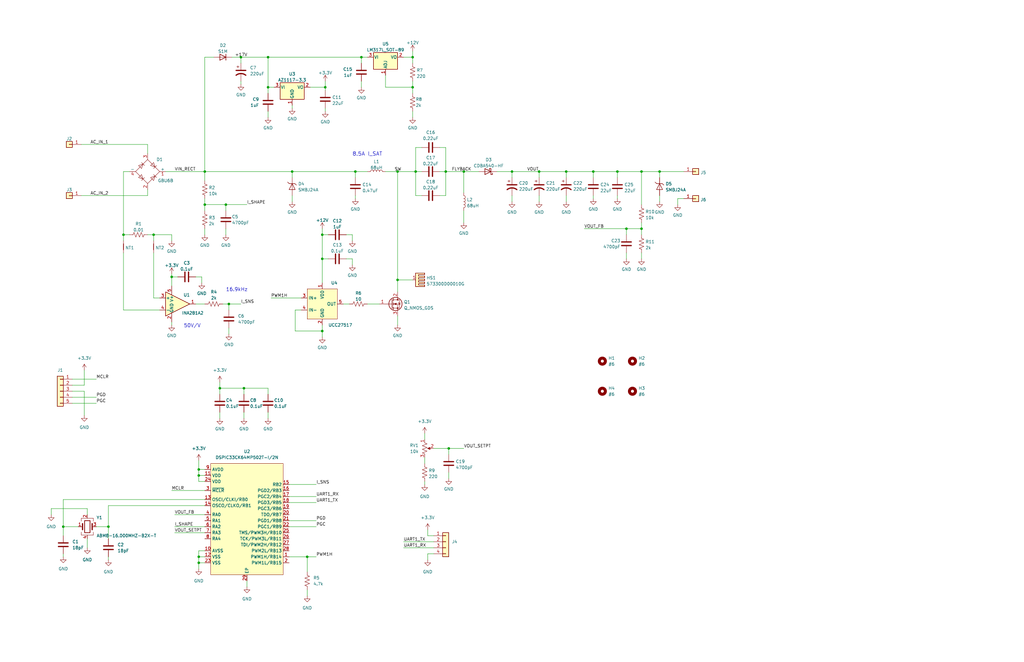
<source format=kicad_sch>
(kicad_sch (version 20211123) (generator eeschema)
  (paper "B")
  (lib_symbols
    (symbol "Connector_Generic:Conn_01x01" (pin_names (offset 1.016) hide)
      (property "Reference" "J" (at 0 2.54 0))
      (property "Value" "Conn_01x01" (at 0 -2.54 0))
      (symbol "Conn_01x01_1_1"
        (pin passive line (at -5.08 0 0) (length 3.81) (name "Pin_1") (number "1"))
      )
    )
    (symbol "Connector_Generic:Conn_01x04" (pin_names (offset 1.016) hide)
      (property "Reference" "J" (at 0 5.08 0))
      (property "Value" "Conn_01x04" (at 0 -7.62 0))
      (symbol "Conn_01x04_1_1"
        (pin passive line (at -5.08 2.54 0) (length 3.81) (name "Pin_1") (number "1"))
        (pin passive line (at -5.08 0 0) (length 3.81) (name "Pin_2") (number "2"))
        (pin passive line (at -5.08 -2.54 0) (length 3.81) (name "Pin_3") (number "3"))
        (pin passive line (at -5.08 -5.08 0) (length 3.81) (name "Pin_4") (number "4"))
      )
    )
    (symbol "Connector_Generic:Conn_01x05" (pin_names (offset 1.016) hide)
      (property "Reference" "J" (at 0 7.62 0))
      (property "Value" "Conn_01x05" (at 0 -7.62 0))
      (symbol "Conn_01x05_1_1"
        (pin passive line (at -5.08 5.08 0) (length 3.81) (name "Pin_1") (number "1"))
        (pin passive line (at -5.08 2.54 0) (length 3.81) (name "Pin_2") (number "2"))
        (pin passive line (at -5.08 0 0) (length 3.81) (name "Pin_3") (number "3"))
        (pin passive line (at -5.08 -2.54 0) (length 3.81) (name "Pin_4") (number "4"))
        (pin passive line (at -5.08 -5.08 0) (length 3.81) (name "Pin_5") (number "5"))
      )
    )
    (symbol "Device:C" (pin_numbers hide) (pin_names (offset 0.254))
      (property "Reference" "C" (at 0.635 2.54 0))
      (property "Value" "C" (at 0.635 -2.54 0))
      (symbol "C_1_1"
        (pin passive line (at 0 3.81 270) (length 2.794) (name "~") (number "1"))
        (pin passive line (at 0 -3.81 90) (length 2.794) (name "~") (number "2"))
      )
    )
    (symbol "Device:C_Polarized_US" (pin_numbers hide) (pin_names (offset 0.254) hide)
      (property "Reference" "C" (at 0.635 2.54 0))
      (property "Value" "C_Polarized_US" (at 0.635 -2.54 0))
      (symbol "C_Polarized_US_1_1"
        (pin passive line (at 0 3.81 270) (length 2.794) (name "~") (number "1"))
        (pin passive line (at 0 -3.81 90) (length 3.302) (name "~") (number "2"))
      )
    )
    (symbol "Device:Crystal_GND24" (pin_names (offset 1.016) hide)
      (property "Reference" "Y" (at 3.175 5.08 0))
      (property "Value" "Crystal_GND24" (at 3.175 3.175 0))
      (symbol "Crystal_GND24_1_1"
        (pin passive line (at -3.81 0 0) (length 1.27) (name "1") (number "1"))
        (pin passive line (at 0 5.08 270) (length 1.27) (name "2") (number "2"))
        (pin passive line (at 3.81 0 180) (length 1.27) (name "3") (number "3"))
        (pin passive line (at 0 -5.08 90) (length 1.27) (name "4") (number "4"))
      )
    )
    (symbol "Device:D" (pin_numbers hide) (pin_names (offset 1.016) hide)
      (property "Reference" "D" (at 0 2.54 0))
      (property "Value" "D" (at 0 -2.54 0))
      (symbol "D_1_1"
        (pin passive line (at -3.81 0 0) (length 2.54) (name "K") (number "1"))
        (pin passive line (at 3.81 0 180) (length 2.54) (name "A") (number "2"))
      )
    )
    (symbol "Device:D_Schottky" (pin_numbers hide) (pin_names (offset 1.016) hide)
      (property "Reference" "D" (at 0 2.54 0))
      (property "Value" "D_Schottky" (at 0 -2.54 0))
      (symbol "D_Schottky_1_1"
        (pin passive line (at -3.81 0 0) (length 2.54) (name "K") (number "1"))
        (pin passive line (at 3.81 0 180) (length 2.54) (name "A") (number "2"))
      )
    )
    (symbol "Device:L" (pin_numbers hide) (pin_names (offset 1.016) hide)
      (property "Reference" "L" (at -1.27 0 90))
      (property "Value" "L" (at 1.905 0 90))
      (symbol "L_1_1"
        (pin passive line (at 0 3.81 270) (length 1.27) (name "1") (number "1"))
        (pin passive line (at 0 -3.81 90) (length 1.27) (name "2") (number "2"))
      )
    )
    (symbol "Device:NetTie_2" (pin_numbers hide) (pin_names (offset 0) hide)
      (property "Reference" "NT" (at 0 1.27 0))
      (property "Value" "NetTie_2" (at 0 -1.27 0))
      (symbol "NetTie_2_1_1"
        (pin passive line (at -2.54 0 0) (length 2.54) (name "1") (number "1"))
        (pin passive line (at 2.54 0 180) (length 2.54) (name "2") (number "2"))
      )
    )
    (symbol "Device:Q_NMOS_GDS" (pin_names (offset 0) hide)
      (property "Reference" "Q" (at 5.08 1.27 0))
      (property "Value" "Q_NMOS_GDS" (at 5.08 -1.27 0))
      (symbol "Q_NMOS_GDS_1_1"
        (pin input line (at -5.08 0 0) (length 2.54) (name "G") (number "1"))
        (pin passive line (at 2.54 5.08 270) (length 2.54) (name "D") (number "2"))
        (pin passive line (at 2.54 -5.08 90) (length 2.54) (name "S") (number "3"))
      )
    )
    (symbol "Device:R_Potentiometer_US" (pin_names (offset 1.016) hide)
      (property "Reference" "RV" (at -4.445 0 90))
      (property "Value" "R_Potentiometer_US" (at -2.54 0 90))
      (symbol "R_Potentiometer_US_1_1"
        (pin passive line (at 0 3.81 270) (length 1.27) (name "1") (number "1"))
        (pin passive line (at 3.81 0 180) (length 1.27) (name "2") (number "2"))
        (pin passive line (at 0 -3.81 90) (length 1.27) (name "3") (number "3"))
      )
    )
    (symbol "Device:R_US" (pin_numbers hide) (pin_names (offset 0))
      (property "Reference" "R" (at 2.54 0 90))
      (property "Value" "R_US" (at -2.54 0 90))
      (symbol "R_US_1_1"
        (pin passive line (at 0 3.81 270) (length 1.27) (name "~") (number "1"))
        (pin passive line (at 0 -3.81 90) (length 1.27) (name "~") (number "2"))
      )
    )
    (symbol "Diode_Bridge:GBU6B" (pin_names (offset 0))
      (property "Reference" "D" (at 2.54 6.985 0))
      (property "Value" "GBU6B" (at 2.54 5.08 0))
      (symbol "GBU6B_1_1"
        (pin passive line (at 7.62 0 180) (length 2.54) (name "+") (number "1"))
        (pin passive line (at 0 -7.62 90) (length 2.54) (name "~") (number "2"))
        (pin passive line (at 0 7.62 270) (length 2.54) (name "~") (number "3"))
        (pin passive line (at -7.62 0 0) (length 2.54) (name "-") (number "4"))
      )
    )
    (symbol "Mechanical:Heatsink_Pad" (pin_names (offset 0))
      (property "Reference" "HS" (at 0 5.715 0))
      (property "Value" "Heatsink_Pad" (at 0 3.81 0))
      (symbol "Heatsink_Pad_1_1"
        (pin passive line (at 0 -2.54 90) (length 1.27) (name "~") (number "1"))
      )
    )
    (symbol "Mechanical:MountingHole" (pin_names (offset 1.016))
      (property "Reference" "H" (at 0 5.08 0))
      (property "Value" "MountingHole" (at 0 3.175 0))
    )
    (symbol "Microchip:DSPIC33CK64MP502T-I{slash}2N"
      (property "Reference" "U" (at 0 3.81 0))
      (property "Value" "DSPIC33CK64MP502T-I{slash}2N" (at 1.27 1.27 0))
      (symbol "DSPIC33CK64MP502T-I{slash}2N_1_1"
        (pin passive line (at 17.78 -39.37 180) (length 2.54) (name "PWM1H/RB14") (number "1"))
        (pin passive line (at -17.78 -36.83 0) (length 2.54) (name "AVSS") (number "10"))
        (pin passive line (at -17.78 -5.08 0) (length 2.54) (name "VDD") (number "11"))
        (pin passive line (at -17.78 -39.37 0) (length 2.54) (name "VSS") (number "12"))
        (pin passive line (at -17.78 -15.24 0) (length 2.54) (name "OSCI/CLKI/RB0") (number "13"))
        (pin passive line (at -17.78 -17.78 0) (length 2.54) (name "OSCO/CLKO/RB1") (number "14"))
        (pin passive line (at 17.78 -8.89 180) (length 2.54) (name "RB2") (number "15"))
        (pin passive line (at 17.78 -11.43 180) (length 2.54) (name "PGD2/RB3") (number "16"))
        (pin passive line (at 17.78 -13.97 180) (length 2.54) (name "PGC2/RB4") (number "17"))
        (pin passive line (at 17.78 -16.51 180) (length 2.54) (name "PGD3/RB5") (number "18"))
        (pin passive line (at 17.78 -19.05 180) (length 2.54) (name "PGC3/RB6") (number "19"))
        (pin passive line (at 17.78 -41.91 180) (length 2.54) (name "PWM1L/RB15") (number "2"))
        (pin passive line (at 17.78 -21.59 180) (length 2.54) (name "TDO/RB7") (number "20"))
        (pin passive line (at 17.78 -24.13 180) (length 2.54) (name "PGD1/RB8") (number "21"))
        (pin passive line (at 17.78 -26.67 180) (length 2.54) (name "PGC1/RB9") (number "22"))
        (pin passive line (at -17.78 -41.91 0) (length 2.54) (name "VSS") (number "23"))
        (pin passive line (at -17.78 -7.62 0) (length 2.54) (name "VDD") (number "24"))
        (pin passive line (at 17.78 -29.21 180) (length 2.54) (name "TMS/PWM3H/RB10") (number "25"))
        (pin passive line (at 17.78 -31.75 180) (length 2.54) (name "TCK/PWM3L/RB11") (number "26"))
        (pin passive line (at 17.78 -34.29 180) (length 2.54) (name "TDI/PWM2H/RB12") (number "27"))
        (pin passive line (at 17.78 -36.83 180) (length 2.54) (name "PWM2L/RB13") (number "28"))
        (pin passive line (at 0 -49.53 90) (length 2.54) (name "EP") (number "29"))
        (pin passive line (at -17.78 -11.43 0) (length 2.54) (name "~{MCLR}") (number "3"))
        (pin passive line (at -17.78 -21.59 0) (length 2.54) (name "RA0") (number "4"))
        (pin passive line (at -17.78 -24.13 0) (length 2.54) (name "RA1") (number "5"))
        (pin passive line (at -17.78 -26.67 0) (length 2.54) (name "RA2") (number "6"))
        (pin passive line (at -17.78 -29.21 0) (length 2.54) (name "RA3") (number "7"))
        (pin passive line (at -17.78 -31.75 0) (length 2.54) (name "RA4") (number "8"))
        (pin passive line (at -17.78 -2.54 0) (length 2.54) (name "AVDD") (number "9"))
      )
    )
    (symbol "Regulator_Linear:AZ1117-3.3" (pin_names (offset 0.254))
      (property "Reference" "U" (at -3.81 3.175 0))
      (property "Value" "AZ1117-3.3" (at 0 3.175 0))
      (symbol "AZ1117-3.3_1_1"
        (pin power_in line (at 0 -7.62 90) (length 2.54) (name "GND") (number "1"))
        (pin power_out line (at 7.62 0 180) (length 2.54) (name "VO") (number "2"))
        (pin power_in line (at -7.62 0 0) (length 2.54) (name "VI") (number "3"))
      )
    )
    (symbol "Regulator_Linear:LM317L_SOT-89" (pin_names (offset 0.254))
      (property "Reference" "U" (at -3.81 3.175 0))
      (property "Value" "LM317L_SOT-89" (at 0 3.175 0))
      (symbol "LM317L_SOT-89_1_1"
        (pin input line (at 0 -7.62 90) (length 2.54) (name "ADJ") (number "1"))
        (pin power_out line (at 7.62 0 180) (length 2.54) (name "VO") (number "2"))
        (pin power_in line (at -7.62 0 0) (length 2.54) (name "VI") (number "3"))
      )
    )
    (symbol "Repowered_Devices:D_Zener_Standard" (pin_numbers hide) (pin_names (offset 1.016) hide)
      (property "Reference" "D" (at 0 2.54 0))
      (property "Value" "D_Zener_Standard" (at 0 -2.54 0))
      (symbol "D_Zener_Standard_1_1"
        (pin passive line (at -3.81 0 0) (length 2.54) (name "K") (number "1"))
        (pin passive line (at 3.81 0 180) (length 2.54) (name "A") (number "2"))
      )
    )
    (symbol "Texas_Instruments:INA281A1" (pin_names (offset 0.127))
      (property "Reference" "U" (at 3.81 3.81 0))
      (property "Value" "INA281A1" (at 3.81 -3.81 0))
      (symbol "INA281A1_1_1"
        (pin output line (at 7.62 0 180) (length 2.54) (name "~") (number "1"))
        (pin power_in line (at -2.54 -7.62 90) (length 3.81) (name "GND") (number "2"))
        (pin input line (at -7.62 2.54 0) (length 2.54) (name "+") (number "3"))
        (pin input line (at -7.62 -2.54 0) (length 2.54) (name "-") (number "4"))
        (pin power_in line (at -2.54 7.62 270) (length 3.81) (name "V+") (number "5"))
      )
    )
    (symbol "Texas_Instruments:UCC27517"
      (property "Reference" "U" (at 2.54 10.16 0))
      (property "Value" "UCC27517" (at 6.35 7.62 0))
      (symbol "UCC27517_1_1"
        (pin power_in line (at 0 8.89 270) (length 2.54) (name "VDD") (number "1"))
        (pin power_in line (at 0 -8.89 90) (length 2.54) (name "GND") (number "2"))
        (pin input line (at -8.89 2.54 0) (length 2.54) (name "IN+") (number "3"))
        (pin input line (at -8.89 -2.54 0) (length 2.54) (name "IN-") (number "4"))
        (pin output line (at 8.89 0 180) (length 2.54) (name "OUT") (number "5"))
      )
    )
    (symbol "power:+12V" (power) (pin_names (offset 0))
      (property "Value" "+12V" (at 0 3.556 0))
      (symbol "+12V_1_1"
        (pin power_in line (at 0 0 90) (length 0) hide (name "+12V") (number "1"))
      )
    )
    (symbol "power:+3.3V" (power) (pin_names (offset 0))
      (property "Value" "+3.3V" (at 0 3.556 0))
      (symbol "+3.3V_1_1"
        (pin power_in line (at 0 0 90) (length 0) hide (name "+3.3V") (number "1"))
      )
    )
    (symbol "power:GND" (power) (pin_names (offset 0))
      (property "Value" "GND" (at 0 -3.81 0))
      (symbol "GND_1_1"
        (pin power_in line (at 0 0 270) (length 0) hide (name "GND") (number "1"))
      )
    )
  )
  (junction (at 135.89 99.06))
  (junction (at 278.13 72.39))
  (junction (at 227.33 72.39))
  (junction (at 260.35 72.39))
  (junction (at 45.72 222.25))
  (junction (at 152.4 24.13))
  (junction (at 83.82 200.66))
  (junction (at 101.6 24.13))
  (junction (at 195.58 72.39))
  (junction (at 72.39 116.84))
  (junction (at 95.25 86.36))
  (junction (at 123.19 72.39))
  (junction (at 215.9 72.39))
  (junction (at 173.99 24.13))
  (junction (at 175.26 72.39))
  (junction (at 238.76 72.39))
  (junction (at 64.77 99.06))
  (junction (at 102.87 163.83))
  (junction (at 137.16 36.83))
  (junction (at 92.71 163.83))
  (junction (at 26.67 222.25))
  (junction (at 250.19 72.39))
  (junction (at 135.89 109.22))
  (junction (at 173.99 36.83))
  (junction (at 167.64 118.11))
  (junction (at 96.52 128.27))
  (junction (at 113.03 24.13))
  (junction (at 135.89 139.7))
  (junction (at 129.54 234.95))
  (junction (at 167.64 72.39))
  (junction (at 270.51 72.39))
  (junction (at 264.16 96.52))
  (junction (at 52.07 99.06))
  (junction (at 83.82 234.95))
  (junction (at 86.36 72.39))
  (junction (at 187.96 72.39))
  (junction (at 86.36 86.36))
  (junction (at 270.51 96.52))
  (junction (at 149.86 72.39))
  (junction (at 113.03 36.83))
  (junction (at 189.23 189.23))
  (junction (at 83.82 237.49))
  (junction (at 83.82 198.12))
  (wire (pts (xy 264.16 96.52) (xy 270.51 96.52)))
  (wire (pts (xy 144.78 128.27) (xy 147.32 128.27)))
  (wire (pts (xy 113.03 46.99) (xy 113.03 49.53)))
  (wire (pts (xy 189.23 189.23) (xy 195.58 189.23)))
  (wire (pts (xy 149.86 82.55) (xy 149.86 83.82)))
  (wire (pts (xy 52.07 106.68) (xy 52.07 130.81)))
  (wire (pts (xy 146.05 99.06) (xy 148.59 99.06)))
  (wire (pts (xy 101.6 24.13) (xy 101.6 26.67)))
  (wire (pts (xy 170.18 228.6) (xy 182.88 228.6)))
  (wire (pts (xy 135.89 139.7) (xy 135.89 142.24)))
  (wire (pts (xy 121.92 222.25) (xy 133.35 222.25)))
  (wire (pts (xy 135.89 99.06) (xy 138.43 99.06)))
  (wire (pts (xy 170.18 231.14) (xy 182.88 231.14)))
  (wire (pts (xy 149.86 72.39) (xy 154.94 72.39)))
  (wire (pts (xy 250.19 72.39) (xy 260.35 72.39)))
  (wire (pts (xy 45.72 213.36) (xy 86.36 213.36)))
  (wire (pts (xy 86.36 24.13) (xy 90.17 24.13)))
  (wire (pts (xy 195.58 72.39) (xy 195.58 81.28)))
  (wire (pts (xy 177.8 62.23) (xy 175.26 62.23)))
  (wire (pts (xy 173.99 36.83) (xy 173.99 39.37)))
  (wire (pts (xy 260.35 72.39) (xy 270.51 72.39)))
  (wire (pts (xy 72.39 135.89) (xy 72.39 137.16)))
  (wire (pts (xy 30.48 165.1) (xy 35.56 165.1)))
  (wire (pts (xy 72.39 115.57) (xy 72.39 116.84)))
  (wire (pts (xy 83.82 198.12) (xy 83.82 200.66)))
  (wire (pts (xy 260.35 82.55) (xy 260.35 83.82)))
  (wire (pts (xy 86.36 86.36) (xy 86.36 88.9)))
  (wire (pts (xy 73.66 217.17) (xy 86.36 217.17)))
  (wire (pts (xy 227.33 72.39) (xy 215.9 72.39)))
  (wire (pts (xy 270.51 93.98) (xy 270.51 96.52)))
  (wire (pts (xy 175.26 72.39) (xy 177.8 72.39)))
  (wire (pts (xy 215.9 82.55) (xy 215.9 85.09)))
  (wire (pts (xy 179.07 193.04) (xy 179.07 195.58)))
  (wire (pts (xy 270.51 106.68) (xy 270.51 109.22)))
  (wire (pts (xy 102.87 163.83) (xy 102.87 166.37)))
  (wire (pts (xy 250.19 72.39) (xy 250.19 74.93)))
  (wire (pts (xy 26.67 222.25) (xy 26.67 226.06)))
  (wire (pts (xy 187.96 62.23) (xy 187.96 72.39)))
  (wire (pts (xy 36.83 214.63) (xy 21.59 214.63)))
  (wire (pts (xy 152.4 24.13) (xy 152.4 26.67)))
  (wire (pts (xy 52.07 130.81) (xy 67.31 130.81)))
  (wire (pts (xy 96.52 128.27) (xy 101.6 128.27)))
  (wire (pts (xy 64.77 101.6) (xy 64.77 99.06)))
  (wire (pts (xy 175.26 82.55) (xy 175.26 72.39)))
  (wire (pts (xy 82.55 128.27) (xy 86.36 128.27)))
  (wire (pts (xy 83.82 232.41) (xy 83.82 234.95)))
  (wire (pts (xy 167.64 72.39) (xy 162.56 72.39)))
  (wire (pts (xy 123.19 72.39) (xy 149.86 72.39)))
  (wire (pts (xy 36.83 217.17) (xy 36.83 214.63)))
  (wire (pts (xy 86.36 203.2) (xy 83.82 203.2)))
  (wire (pts (xy 148.59 99.06) (xy 148.59 101.6)))
  (wire (pts (xy 92.71 163.83) (xy 102.87 163.83)))
  (wire (pts (xy 86.36 96.52) (xy 86.36 99.06)))
  (wire (pts (xy 85.09 116.84) (xy 85.09 119.38)))
  (wire (pts (xy 185.42 82.55) (xy 187.96 82.55)))
  (wire (pts (xy 114.3 125.73) (xy 127 125.73)))
  (wire (pts (xy 95.25 86.36) (xy 104.14 86.36)))
  (wire (pts (xy 95.25 86.36) (xy 95.25 88.9)))
  (wire (pts (xy 195.58 88.9) (xy 195.58 93.98)))
  (wire (pts (xy 30.48 160.02) (xy 40.64 160.02)))
  (wire (pts (xy 238.76 74.93) (xy 238.76 72.39)))
  (wire (pts (xy 215.9 72.39) (xy 215.9 74.93)))
  (wire (pts (xy 270.51 72.39) (xy 278.13 72.39)))
  (wire (pts (xy 121.92 234.95) (xy 129.54 234.95)))
  (wire (pts (xy 154.94 128.27) (xy 160.02 128.27)))
  (wire (pts (xy 52.07 99.06) (xy 54.61 99.06)))
  (wire (pts (xy 113.03 36.83) (xy 113.03 24.13)))
  (wire (pts (xy 227.33 82.55) (xy 227.33 85.09)))
  (wire (pts (xy 86.36 210.82) (xy 26.67 210.82)))
  (wire (pts (xy 92.71 173.99) (xy 92.71 176.53)))
  (wire (pts (xy 86.36 72.39) (xy 86.36 24.13)))
  (wire (pts (xy 45.72 234.95) (xy 45.72 236.22)))
  (wire (pts (xy 285.75 83.82) (xy 285.75 86.36)))
  (wire (pts (xy 69.85 72.39) (xy 86.36 72.39)))
  (wire (pts (xy 180.34 223.52) (xy 180.34 226.06)))
  (wire (pts (xy 167.64 118.11) (xy 167.64 123.19)))
  (wire (pts (xy 82.55 116.84) (xy 85.09 116.84)))
  (wire (pts (xy 35.56 165.1) (xy 35.56 175.26)))
  (wire (pts (xy 83.82 194.31) (xy 83.82 198.12)))
  (wire (pts (xy 189.23 189.23) (xy 189.23 191.77)))
  (wire (pts (xy 73.66 222.25) (xy 86.36 222.25)))
  (wire (pts (xy 73.66 224.79) (xy 86.36 224.79)))
  (wire (pts (xy 179.07 182.88) (xy 179.07 185.42)))
  (wire (pts (xy 177.8 82.55) (xy 175.26 82.55)))
  (wire (pts (xy 238.76 72.39) (xy 250.19 72.39)))
  (wire (pts (xy 173.99 46.99) (xy 173.99 49.53)))
  (wire (pts (xy 135.89 96.52) (xy 135.89 99.06)))
  (wire (pts (xy 113.03 166.37) (xy 113.03 163.83)))
  (wire (pts (xy 104.14 245.11) (xy 104.14 247.65)))
  (wire (pts (xy 67.31 125.73) (xy 64.77 125.73)))
  (wire (pts (xy 288.29 83.82) (xy 285.75 83.82)))
  (wire (pts (xy 62.23 60.96) (xy 62.23 64.77)))
  (wire (pts (xy 21.59 214.63) (xy 21.59 217.17)))
  (wire (pts (xy 113.03 163.83) (xy 102.87 163.83)))
  (wire (pts (xy 124.46 139.7) (xy 135.89 139.7)))
  (wire (pts (xy 26.67 210.82) (xy 26.67 222.25)))
  (wire (pts (xy 167.64 118.11) (xy 173.99 118.11)))
  (wire (pts (xy 137.16 36.83) (xy 137.16 38.1)))
  (wire (pts (xy 96.52 128.27) (xy 96.52 130.81)))
  (wire (pts (xy 52.07 99.06) (xy 52.07 101.6)))
  (wire (pts (xy 187.96 82.55) (xy 187.96 72.39)))
  (wire (pts (xy 137.16 34.29) (xy 137.16 36.83)))
  (wire (pts (xy 264.16 106.68) (xy 264.16 109.22)))
  (wire (pts (xy 278.13 72.39) (xy 288.29 72.39)))
  (wire (pts (xy 121.92 219.71) (xy 133.35 219.71)))
  (wire (pts (xy 72.39 116.84) (xy 74.93 116.84)))
  (wire (pts (xy 270.51 96.52) (xy 270.51 99.06)))
  (wire (pts (xy 83.82 234.95) (xy 83.82 237.49)))
  (wire (pts (xy 123.19 82.55) (xy 123.19 85.09)))
  (wire (pts (xy 86.36 83.82) (xy 86.36 86.36)))
  (wire (pts (xy 101.6 24.13) (xy 113.03 24.13)))
  (wire (pts (xy 260.35 72.39) (xy 260.35 74.93)))
  (wire (pts (xy 121.92 209.55) (xy 133.35 209.55)))
  (wire (pts (xy 167.64 72.39) (xy 167.64 118.11)))
  (wire (pts (xy 130.81 36.83) (xy 137.16 36.83)))
  (wire (pts (xy 86.36 86.36) (xy 95.25 86.36)))
  (wire (pts (xy 93.98 128.27) (xy 96.52 128.27)))
  (wire (pts (xy 64.77 99.06) (xy 72.39 99.06)))
  (wire (pts (xy 97.79 24.13) (xy 101.6 24.13)))
  (wire (pts (xy 173.99 36.83) (xy 162.56 36.83)))
  (wire (pts (xy 83.82 200.66) (xy 83.82 203.2)))
  (wire (pts (xy 34.29 60.96) (xy 62.23 60.96)))
  (wire (pts (xy 135.89 109.22) (xy 138.43 109.22)))
  (wire (pts (xy 129.54 248.92) (xy 129.54 251.46)))
  (wire (pts (xy 95.25 96.52) (xy 95.25 99.06)))
  (wire (pts (xy 123.19 72.39) (xy 123.19 74.93)))
  (wire (pts (xy 152.4 34.29) (xy 152.4 36.83)))
  (wire (pts (xy 227.33 74.93) (xy 227.33 72.39)))
  (wire (pts (xy 83.82 198.12) (xy 86.36 198.12)))
  (wire (pts (xy 124.46 130.81) (xy 124.46 139.7)))
  (wire (pts (xy 195.58 72.39) (xy 201.93 72.39)))
  (wire (pts (xy 152.4 24.13) (xy 154.94 24.13)))
  (wire (pts (xy 86.36 232.41) (xy 83.82 232.41)))
  (wire (pts (xy 148.59 109.22) (xy 148.59 111.76)))
  (wire (pts (xy 173.99 21.59) (xy 173.99 24.13)))
  (wire (pts (xy 34.29 82.55) (xy 62.23 82.55)))
  (wire (pts (xy 278.13 82.55) (xy 278.13 85.09)))
  (wire (pts (xy 173.99 24.13) (xy 173.99 26.67)))
  (wire (pts (xy 113.03 36.83) (xy 113.03 39.37)))
  (wire (pts (xy 72.39 207.01) (xy 86.36 207.01)))
  (wire (pts (xy 123.19 44.45) (xy 123.19 45.72)))
  (wire (pts (xy 149.86 72.39) (xy 149.86 74.93)))
  (wire (pts (xy 40.64 222.25) (xy 45.72 222.25)))
  (wire (pts (xy 167.64 133.35) (xy 167.64 137.16)))
  (wire (pts (xy 86.36 72.39) (xy 123.19 72.39)))
  (wire (pts (xy 113.03 36.83) (xy 115.57 36.83)))
  (wire (pts (xy 133.35 204.47) (xy 121.92 204.47)))
  (wire (pts (xy 135.89 137.16) (xy 135.89 139.7)))
  (wire (pts (xy 250.19 82.55) (xy 250.19 83.82)))
  (wire (pts (xy 182.88 226.06) (xy 180.34 226.06)))
  (wire (pts (xy 113.03 173.99) (xy 113.03 176.53)))
  (wire (pts (xy 83.82 234.95) (xy 86.36 234.95)))
  (wire (pts (xy 246.38 96.52) (xy 264.16 96.52)))
  (wire (pts (xy 264.16 96.52) (xy 264.16 99.06)))
  (wire (pts (xy 189.23 199.39) (xy 189.23 201.93)))
  (wire (pts (xy 278.13 72.39) (xy 278.13 74.93)))
  (wire (pts (xy 102.87 173.99) (xy 102.87 176.53)))
  (wire (pts (xy 101.6 34.29) (xy 101.6 35.56)))
  (wire (pts (xy 113.03 24.13) (xy 152.4 24.13)))
  (wire (pts (xy 92.71 161.29) (xy 92.71 163.83)))
  (wire (pts (xy 121.92 212.09) (xy 133.35 212.09)))
  (wire (pts (xy 238.76 82.55) (xy 238.76 85.09)))
  (wire (pts (xy 83.82 200.66) (xy 86.36 200.66)))
  (wire (pts (xy 185.42 62.23) (xy 187.96 62.23)))
  (wire (pts (xy 72.39 99.06) (xy 72.39 101.6)))
  (wire (pts (xy 62.23 80.01) (xy 62.23 82.55)))
  (wire (pts (xy 238.76 72.39) (xy 227.33 72.39)))
  (wire (pts (xy 129.54 234.95) (xy 133.35 234.95)))
  (wire (pts (xy 209.55 72.39) (xy 215.9 72.39)))
  (wire (pts (xy 129.54 234.95) (xy 129.54 241.3)))
  (wire (pts (xy 26.67 233.68) (xy 26.67 234.95)))
  (wire (pts (xy 135.89 99.06) (xy 135.89 109.22)))
  (wire (pts (xy 173.99 34.29) (xy 173.99 36.83)))
  (wire (pts (xy 146.05 109.22) (xy 148.59 109.22)))
  (wire (pts (xy 30.48 162.56) (xy 35.56 162.56)))
  (wire (pts (xy 162.56 36.83) (xy 162.56 31.75)))
  (wire (pts (xy 30.48 170.18) (xy 40.64 170.18)))
  (wire (pts (xy 124.46 130.81) (xy 127 130.81)))
  (wire (pts (xy 30.48 167.64) (xy 40.64 167.64)))
  (wire (pts (xy 270.51 72.39) (xy 270.51 86.36)))
  (wire (pts (xy 182.88 233.68) (xy 180.34 233.68)))
  (wire (pts (xy 62.23 99.06) (xy 64.77 99.06)))
  (wire (pts (xy 135.89 109.22) (xy 135.89 119.38)))
  (wire (pts (xy 64.77 125.73) (xy 64.77 106.68)))
  (wire (pts (xy 45.72 222.25) (xy 45.72 213.36)))
  (wire (pts (xy 72.39 116.84) (xy 72.39 120.65)))
  (wire (pts (xy 54.61 72.39) (xy 52.07 72.39)))
  (wire (pts (xy 187.96 72.39) (xy 195.58 72.39)))
  (wire (pts (xy 83.82 237.49) (xy 86.36 237.49)))
  (wire (pts (xy 179.07 203.2) (xy 179.07 204.47)))
  (wire (pts (xy 26.67 222.25) (xy 33.02 222.25)))
  (wire (pts (xy 180.34 233.68) (xy 180.34 236.22)))
  (wire (pts (xy 137.16 45.72) (xy 137.16 46.99)))
  (wire (pts (xy 35.56 156.21) (xy 35.56 162.56)))
  (wire (pts (xy 86.36 76.2) (xy 86.36 72.39)))
  (wire (pts (xy 45.72 222.25) (xy 45.72 227.33)))
  (wire (pts (xy 52.07 72.39) (xy 52.07 99.06)))
  (wire (pts (xy 36.83 227.33) (xy 36.83 231.14)))
  (wire (pts (xy 92.71 166.37) (xy 92.71 163.83)))
  (wire (pts (xy 185.42 72.39) (xy 187.96 72.39)))
  (wire (pts (xy 167.64 72.39) (xy 175.26 72.39)))
  (wire (pts (xy 182.88 189.23) (xy 189.23 189.23)))
  (wire (pts (xy 83.82 237.49) (xy 83.82 240.03)))
  (wire (pts (xy 170.18 24.13) (xy 173.99 24.13)))
  (wire (pts (xy 96.52 138.43) (xy 96.52 140.97)))
  (wire (pts (xy 175.26 62.23) (xy 175.26 72.39)))
  (text "16.9kHz" (at 95.25 123.19 0) (effects (font (size 1.5 1.5)) (justify left bottom)))
  (text "50V/V" (at 77.47 138.43 0) (effects (font (size 1.5 1.5)) (justify left bottom)))
  (text "8.5A I_SAT" (at 148.59 66.04 0) (effects (font (size 1.6 1.6)) (justify left bottom)))
  (label "PGC" (at 133.35 222.25 0))
  (label "MCLR" (at 72.39 207.01 0))
  (label "UART1_RX" (at 170.18 231.14 0))
  (label "FLYBACK" (at 190.5 72.39 0))
  (label "I_SHAPE" (at 104.14 86.36 0))
  (label "VIN_RECT" (at 73.66 72.39 0))
  (label "MCLR" (at 40.64 160.02 0))
  (label "VOUT_SETPT" (at 73.66 224.79 0))
  (label "I_SHAPE" (at 73.66 222.25 0))
  (label "UART1_TX" (at 133.35 212.09 0))
  (label "VOUT" (at 222.25 72.39 0))
  (label "PGC" (at 40.64 170.18 0))
  (label "I_SNS" (at 101.6 128.27 0))
  (label "PGD" (at 133.35 219.71 0))
  (label "VOUT_SETPT" (at 195.58 189.23 0))
  (label "PWM1H" (at 133.35 234.95 0))
  (label "VOUT_FB" (at 246.38 96.52 0))
  (label "AC_IN_2" (at 38.1 82.55 0))
  (label "AC_IN_1" (at 38.1 60.96 0))
  (label "PWM1H" (at 114.3 125.73 0))
  (label "UART1_RX" (at 133.35 209.55 0))
  (label "+17V" (at 99.06 24.13 0))
  (label "VOUT_FB" (at 73.66 217.17 0))
  (label "I_SNS" (at 133.35 204.47 0))
  (label "UART1_TX" (at 170.18 228.6 0))
  (label "PGD" (at 40.64 167.64 0))
  (label "SW" (at 166.37 72.39 0))
  (symbol (lib_id "power:+3.3V") (at 72.39 115.57 0) (unit 1)
    (property "Reference" "#PWR08" (effects hide))
    (property "Value" "+3.3V" (at 72.39 111.9942 0))
  )
  (symbol (lib_id "Device:NetTie_2") (at 64.77 104.14 90) (unit 1)
    (property "Reference" "NT2" (at 65.532 104.5738 90) (effects (justify right)))
    (property "Value" "NetTie_2" (effects hide))
    (property "Footprint" "Repowered_NetTies:NetTie-2_SMD_Pad0.25mm" (effects hide))
  )
  (symbol (lib_id "power:GND") (at 96.52 140.97 0) (unit 1)
    (property "Reference" "#PWR017" (effects hide))
    (property "Value" "GND" (at 96.52 145.4134 0))
  )
  (symbol (lib_id "power:GND") (at 270.51 109.22 0) (unit 1)
    (property "Reference" "#PWR046" (effects hide))
    (property "Value" "GND" (at 270.51 113.6634 0))
  )
  (symbol (lib_id "Device:C") (at 26.67 229.87 0) (unit 1)
    (property "Reference" "C1" (at 30.48 228.5999 0) (effects (justify left)))
    (property "Value" "18pF" (at 30.48 231.1399 0) (effects (justify left)))
    (property "Footprint" "Capacitor_SMD:C_0603_1608Metric" (effects hide))
  )
  (symbol (lib_id "Device:R_US") (at 90.17 128.27 270) (unit 1)
    (property "Reference" "R4" (at 90.17 123.19 90))
    (property "Value" "2k" (at 90.17 125.73 90))
    (property "Footprint" "Resistor_SMD:R_0603_1608Metric" (effects hide))
  )
  (symbol (lib_id "Device:R_US") (at 86.36 80.01 0) (unit 1)
    (property "Reference" "R2" (at 88.011 79.1753 0) (effects (justify left)))
    (property "Value" "10k" (at 88.011 81.7122 0) (effects (justify left)))
    (property "Footprint" "Resistor_SMD:R_0603_1608Metric" (effects hide))
  )
  (symbol (lib_id "Device:R_US") (at 151.13 128.27 270) (unit 1)
    (property "Reference" "R6" (at 151.13 123.6812 90))
    (property "Value" "10" (at 151.13 126.2181 90))
    (property "Footprint" "Resistor_SMD:R_0805_2012Metric" (effects hide))
  )
  (symbol (lib_id "power:+3.3V") (at 92.71 161.29 0) (unit 1)
    (property "Reference" "#PWR014" (effects hide))
    (property "Value" "+3.3V" (at 92.71 156.21 0))
  )
  (symbol (lib_id "Connector_Generic:Conn_01x04") (at 187.96 228.6 0) (unit 1)
    (property "Reference" "J4" (at 190.5 228.5999 0) (effects (justify left)))
    (property "Value" "Conn_01x04" (effects hide))
    (property "Footprint" "Connector_PinHeader_2.54mm:PinHeader_1x04_P2.54mm_Vertical" (effects hide))
  )
  (symbol (lib_id "power:GND") (at 260.35 83.82 0) (unit 1)
    (property "Reference" "#PWR049" (effects hide))
    (property "Value" "GND" (at 260.35 88.2634 0))
  )
  (symbol (lib_id "power:GND") (at 149.86 83.82 0) (unit 1)
    (property "Reference" "#PWR031" (effects hide))
    (property "Value" "GND" (at 149.86 88.2634 0))
  )
  (symbol (lib_id "Device:Q_NMOS_GDS") (at 165.1 128.27 0) (unit 1)
    (property "Reference" "Q1" (at 170.307 127.4353 0) (effects (justify left)))
    (property "Value" "Q_NMOS_GDS" (at 170.307 129.9722 0) (effects (justify left)))
    (property "Footprint" "Package_TO_SOT_SMD:TO-263-2" (effects hide))
  )
  (symbol (lib_id "Regulator_Linear:AZ1117-3.3") (at 123.19 36.83 0) (unit 1)
    (property "Reference" "U3" (at 123.19 31.2252 0))
    (property "Value" "AZ1117-3.3" (at 123.19 33.7621 0))
    (property "Footprint" "Package_TO_SOT_SMD:SOT-89-3" (effects hide))
    (property "Datasheet" "https://www.diodes.com/assets/Datasheets/AZ1117.pdf" (effects hide))
  )
  (symbol (lib_id "power:GND") (at 264.16 109.22 0) (unit 1)
    (property "Reference" "#PWR045" (effects hide))
    (property "Value" "GND" (at 264.16 113.6634 0))
  )
  (symbol (lib_id "power:GND") (at 189.23 201.93 0) (unit 1)
    (property "Reference" "#PWR040" (effects hide))
    (property "Value" "GND" (at 189.23 206.3734 0))
  )
  (symbol (lib_id "Connector_Generic:Conn_01x01") (at 293.37 72.39 0) (unit 1)
    (property "Reference" "J5" (at 295.402 72.8238 0) (effects (justify left)))
    (property "Value" "Conn_01x01" (effects hide))
    (property "Footprint" "Repowered_Connectors:TE_Connectivity_63824-1" (effects hide))
  )
  (symbol (lib_id "power:GND") (at 72.39 137.16 0) (unit 1)
    (property "Reference" "#PWR09" (effects hide))
    (property "Value" "GND" (at 72.39 141.6034 0))
  )
  (symbol (lib_id "power:GND") (at 85.09 119.38 0) (unit 1)
    (property "Reference" "#PWR012" (effects hide))
    (property "Value" "GND" (at 85.09 123.8234 0))
  )
  (symbol (lib_id "Device:C") (at 96.52 134.62 180) (unit 1)
    (property "Reference" "C6" (at 100.33 133.3499 0) (effects (justify right)))
    (property "Value" "4700pF" (at 100.33 135.8899 0) (effects (justify right)))
    (property "Footprint" "Capacitor_SMD:C_0603_1608Metric" (effects hide))
  )
  (symbol (lib_id "power:GND") (at 250.19 83.82 0) (unit 1)
    (property "Reference" "#PWR048" (effects hide))
    (property "Value" "GND" (at 250.19 88.2634 0))
  )
  (symbol (lib_id "power:+3.3V") (at 83.82 194.31 0) (unit 1)
    (property "Reference" "#PWR010" (effects hide))
    (property "Value" "+3.3V" (at 83.82 189.23 0))
  )
  (symbol (lib_id "Device:C") (at 152.4 30.48 180) (unit 1)
    (property "Reference" "C15" (at 148.59 29.2099 0) (effects (justify left)))
    (property "Value" "1uF" (at 148.59 31.7499 0) (effects (justify left)))
    (property "Footprint" "Capacitor_SMD:C_0805_2012Metric" (effects hide))
  )
  (symbol (lib_id "Device:L") (at 195.58 85.09 0) (unit 1)
    (property "Reference" "L2" (at 196.85 84.2553 0) (effects (justify left)))
    (property "Value" "68uH" (at 196.85 86.7922 0) (effects (justify left)))
    (property "Footprint" "Inductor_SMD:L_Bourns_SRP1770TA_16.9x16.9mm" (effects hide))
    (property "MFG_PN" "SRP1770TA-680M" (effects hide))
  )
  (symbol (lib_id "Device:C") (at 181.61 72.39 270) (unit 1)
    (property "Reference" "C17" (at 181.61 66.5312 90))
    (property "Value" "0.22uF" (at 181.61 69.0681 90))
    (property "Footprint" "Capacitor_SMD:C_0805_2012Metric" (effects hide))
  )
  (symbol (lib_id "Device:R_US") (at 270.51 90.17 0) (unit 1)
    (property "Reference" "R10" (at 272.161 89.3353 0) (effects (justify left)))
    (property "Value" "10k" (at 272.161 91.8722 0) (effects (justify left)))
    (property "Footprint" "Resistor_SMD:R_0603_1608Metric" (effects hide))
  )
  (symbol (lib_id "Connector_Generic:Conn_01x05") (at 25.4 165.1 0) (mirror y) (unit 1)
    (property "Reference" "J1" (at 25.4 156.21 0))
    (property "Value" "Conn_01x05" (effects hide))
    (property "Footprint" "Connector_PinHeader_2.54mm:PinHeader_1x05_P2.54mm_Vertical" (effects hide))
  )
  (symbol (lib_id "Device:R_Potentiometer_US") (at 179.07 189.23 0) (unit 1)
    (property "Reference" "RV1" (at 176.53 187.9599 0) (effects (justify right)))
    (property "Value" "10k" (at 176.53 190.4999 0) (effects (justify right)))
    (property "Footprint" "Repowered_Potentiometers_THT:Potentiometer_Bourns_3386P_Vertical" (effects hide))
  )
  (symbol (lib_id "Device:R_US") (at 270.51 102.87 0) (unit 1)
    (property "Reference" "R11" (at 272.161 102.0353 0) (effects (justify left)))
    (property "Value" "2k" (at 272.161 104.5722 0) (effects (justify left)))
    (property "Footprint" "Resistor_SMD:R_0603_1608Metric" (effects hide))
  )
  (symbol (lib_id "power:GND") (at 45.72 236.22 0) (unit 1)
    (property "Reference" "#PWR06" (effects hide))
    (property "Value" "GND" (at 45.72 241.3 0))
  )
  (symbol (lib_id "power:GND") (at 21.59 217.17 0) (unit 1)
    (property "Reference" "#PWR01" (effects hide))
    (property "Value" "GND" (at 21.59 222.25 0))
  )
  (symbol (lib_id "Mechanical:MountingHole") (at 266.7 165.1 0) (unit 1)
    (property "Reference" "H3" (at 269.24 163.8299 0) (effects (justify left)))
    (property "Value" "#6" (at 269.24 166.3699 0) (effects (justify left)))
    (property "Footprint" "MountingHole:MountingHole_3.7mm" (effects hide))
  )
  (symbol (lib_id "Texas_Instruments:UCC27517") (at 135.89 128.27 0) (unit 1)
    (property "Reference" "U4" (at 140.97 119.38 0))
    (property "Value" "UCC27517" (at 143.51 137.16 0))
    (property "Footprint" "Package_TO_SOT_SMD:SOT-23-5" (effects hide))
    (property "MFG_PN" "UCC27517DBVR" (effects hide))
    (property "Description" "IC GATE DRVR LOW-SIDE SOT23-5" (effects hide))
  )
  (symbol (lib_id "power:+12V") (at 135.89 96.52 0) (unit 1)
    (property "Reference" "#PWR025" (effects hide))
    (property "Value" "+12V" (at 135.89 92.9442 0))
  )
  (symbol (lib_id "Connector_Generic:Conn_01x01") (at 29.21 82.55 180) (unit 1)
    (property "Reference" "J3" (at 29.21 80.1172 0))
    (property "Value" "Conn_01x01" (effects hide))
    (property "Footprint" "Repowered_Connectors:TE_Connectivity_63824-1" (effects hide))
  )
  (symbol (lib_id "Device:C") (at 92.71 170.18 180) (unit 1)
    (property "Reference" "C4" (at 95.25 168.91 0) (effects (justify right)))
    (property "Value" "0.1uF" (at 95.25 171.45 0) (effects (justify right)))
    (property "Footprint" "Capacitor_SMD:C_0603_1608Metric" (effects hide))
  )
  (symbol (lib_id "power:GND") (at 278.13 85.09 0) (unit 1)
    (property "Reference" "#PWR051" (effects hide))
    (property "Value" "GND" (at 278.13 89.5334 0))
  )
  (symbol (lib_id "Device:R_US") (at 129.54 245.11 0) (unit 1)
    (property "Reference" "R5" (at 132.08 243.8399 0) (effects (justify left)))
    (property "Value" "4.7k" (at 132.08 246.3799 0) (effects (justify left)))
    (property "Footprint" "Resistor_SMD:R_0603_1608Metric" (effects hide))
  )
  (symbol (lib_id "Device:D_Schottky") (at 205.74 72.39 180) (unit 1)
    (property "Reference" "D3" (at 206.0575 67.4202 0))
    (property "Value" "CDBA540-HF" (at 206.0575 69.9571 0))
    (property "Footprint" "Diode_SMD:D_SMA" (effects hide))
    (property "MFG_PN" "CDBA540-HF" (effects hide))
    (property "Description" "DIODE SCHOTTKY 40V 5A DO214AC" (effects hide))
  )
  (symbol (lib_id "power:+3.3V") (at 179.07 182.88 0) (unit 1)
    (property "Reference" "#PWR036" (effects hide))
    (property "Value" "+3.3V" (at 179.07 177.8 0))
  )
  (symbol (lib_id "power:+3.3V") (at 180.34 223.52 0) (unit 1)
    (property "Reference" "#PWR038" (effects hide))
    (property "Value" "+3.3V" (at 180.34 218.44 0))
  )
  (symbol (lib_id "power:GND") (at 95.25 99.06 0) (unit 1)
    (property "Reference" "#PWR016" (effects hide))
    (property "Value" "GND" (at 95.25 103.5034 0))
  )
  (symbol (lib_id "Device:C") (at 250.19 78.74 0) (unit 1)
    (property "Reference" "C24" (at 253.111 77.9053 0) (effects (justify left)))
    (property "Value" "22uF" (at 253.111 80.4422 0) (effects (justify left)))
    (property "Footprint" "Capacitor_SMD:C_1210_3225Metric" (effects hide))
  )
  (symbol (lib_id "Device:L") (at 158.75 72.39 90) (unit 1)
    (property "Reference" "L1" (at 158.75 68.1822 90))
    (property "Value" "68uH" (at 158.75 70.7191 90))
    (property "Footprint" "Inductor_SMD:L_Bourns_SRP1770TA_16.9x16.9mm" (effects hide))
    (property "MFG_PN" "SRP1770TA-680M" (effects hide))
  )
  (symbol (lib_id "Device:C") (at 181.61 82.55 270) (unit 1)
    (property "Reference" "C18" (at 181.61 76.6912 90))
    (property "Value" "0.22uF" (at 181.61 79.2281 90))
    (property "Footprint" "Capacitor_SMD:C_0805_2012Metric" (effects hide))
  )
  (symbol (lib_id "power:GND") (at 72.39 101.6 0) (unit 1)
    (property "Reference" "#PWR07" (effects hide))
    (property "Value" "GND" (at 72.39 106.0434 0))
  )
  (symbol (lib_id "Device:R_US") (at 86.36 92.71 0) (unit 1)
    (property "Reference" "R3" (at 88.011 91.8753 0) (effects (justify left)))
    (property "Value" "2k" (at 88.011 94.4122 0) (effects (justify left)))
    (property "Footprint" "Resistor_SMD:R_0603_1608Metric" (effects hide))
  )
  (symbol (lib_id "Device:C") (at 78.74 116.84 90) (unit 1)
    (property "Reference" "C3" (at 78.74 110.9812 90))
    (property "Value" "0.1uF" (at 78.74 113.5181 90))
    (property "Footprint" "Capacitor_SMD:C_0603_1608Metric" (effects hide))
  )
  (symbol (lib_id "Repowered_Devices:D_Zener_Standard") (at 123.19 78.74 270) (unit 1)
    (property "Reference" "D4" (at 125.7046 77.5878 90) (effects (justify left)))
    (property "Value" "SMBJ24A" (at 125.7046 80.1247 90) (effects (justify left)))
    (property "Footprint" "Diode_SMD:D_SMB" (effects hide))
  )
  (symbol (lib_id "power:GND") (at 135.89 142.24 0) (unit 1)
    (property "Reference" "#PWR026" (effects hide))
    (property "Value" "GND" (at 135.89 146.6834 0))
  )
  (symbol (lib_id "Device:C") (at 142.24 99.06 90) (unit 1)
    (property "Reference" "C12" (at 142.24 93.2012 90))
    (property "Value" "1uF" (at 142.24 95.7381 90))
    (property "Footprint" "Capacitor_SMD:C_0805_2012Metric" (effects hide))
  )
  (symbol (lib_id "Device:C_Polarized_US") (at 215.9 78.74 0) (unit 1)
    (property "Reference" "C20" (at 218.821 77.2703 0) (effects (justify left)))
    (property "Value" "220uF" (at 218.821 79.8072 0) (effects (justify left)))
    (property "Footprint" "Capacitor_THT:CP_Radial_D8.0mm_P3.50mm" (effects hide))
  )
  (symbol (lib_id "Device:C_Polarized_US") (at 227.33 78.74 0) (unit 1)
    (property "Reference" "C21" (at 230.251 77.2703 0) (effects (justify left)))
    (property "Value" "220uF" (at 230.251 79.8072 0) (effects (justify left)))
    (property "Footprint" "Capacitor_THT:CP_Radial_D8.0mm_P3.50mm" (effects hide))
  )
  (symbol (lib_id "Texas_Instruments:INA281A1") (at 74.93 128.27 0) (unit 1)
    (property "Reference" "U1" (at 78.74 124.46 0))
    (property "Value" "INA281A2" (at 81.28 132.08 0))
    (property "Footprint" "Package_TO_SOT_SMD:SOT-23-5" (effects hide))
    (property "Datasheet" "http://www.ti.com/lit/ds/symlink/ina193.pdf" (effects hide))
  )
  (symbol (lib_id "power:GND") (at 129.54 251.46 0) (unit 1)
    (property "Reference" "#PWR024" (effects hide))
    (property "Value" "GND" (at 129.54 256.54 0))
  )
  (symbol (lib_id "power:GND") (at 167.64 137.16 0) (unit 1)
    (property "Reference" "#PWR033" (effects hide))
    (property "Value" "GND" (at 167.64 141.6034 0))
  )
  (symbol (lib_id "power:GND") (at 36.83 231.14 0) (unit 1)
    (property "Reference" "#PWR05" (effects hide))
    (property "Value" "GND" (at 36.83 236.22 0))
  )
  (symbol (lib_id "Mechanical:MountingHole") (at 254 152.4 0) (unit 1)
    (property "Reference" "H1" (at 256.54 151.1299 0) (effects (justify left)))
    (property "Value" "#6" (at 256.54 153.6699 0) (effects (justify left)))
    (property "Footprint" "MountingHole:MountingHole_3.7mm" (effects hide))
  )
  (symbol (lib_id "power:GND") (at 113.03 49.53 0) (unit 1)
    (property "Reference" "#PWR021" (effects hide))
    (property "Value" "GND" (at 113.03 53.9734 0))
  )
  (symbol (lib_id "Diode_Bridge:GBU6B") (at 62.23 72.39 0) (unit 1)
    (property "Reference" "D1" (at 67.31 67.31 0))
    (property "Value" "GBU6B" (at 69.85 76.2 0))
    (property "Footprint" "Diode_THT:Diode_Bridge_Vishay_GBU" (effects hide))
    (property "Datasheet" "http://www.vishay.com/docs/88656/gbu6a.pdf" (effects hide))
  )
  (symbol (lib_id "Device:C") (at 45.72 231.14 0) (unit 1)
    (property "Reference" "C2" (at 49.53 229.8699 0) (effects (justify left)))
    (property "Value" "18pF" (at 49.53 232.4099 0) (effects (justify left)))
    (property "Footprint" "Capacitor_SMD:C_0603_1608Metric" (effects hide))
  )
  (symbol (lib_id "Device:C") (at 113.03 170.18 180) (unit 1)
    (property "Reference" "C10" (at 115.57 168.91 0) (effects (justify right)))
    (property "Value" "0.1uF" (at 115.57 171.45 0) (effects (justify right)))
    (property "Footprint" "Capacitor_SMD:C_0603_1608Metric" (effects hide))
  )
  (symbol (lib_id "power:GND") (at 35.56 175.26 0) (unit 1)
    (property "Reference" "#PWR04" (effects hide))
    (property "Value" "GND" (at 35.56 180.34 0))
  )
  (symbol (lib_id "Device:C") (at 95.25 92.71 180) (unit 1)
    (property "Reference" "C5" (at 97.79 91.44 0) (effects (justify right)))
    (property "Value" "4700pF" (at 97.79 93.98 0) (effects (justify right)))
    (property "Footprint" "Capacitor_SMD:C_0603_1608Metric" (effects hide))
  )
  (symbol (lib_id "power:GND") (at 148.59 101.6 0) (unit 1)
    (property "Reference" "#PWR029" (effects hide))
    (property "Value" "GND" (at 148.59 106.0434 0))
  )
  (symbol (lib_id "Device:Crystal_GND24") (at 36.83 222.25 0) (unit 1)
    (property "Reference" "Y1" (at 41.91 218.44 0))
    (property "Value" "ABM8-16.000MHZ-B2X-T" (at 53.34 226.06 0))
    (property "Footprint" "Crystal:Crystal_SMD_EuroQuartz_MT-4Pin_3.2x2.5mm" (effects hide))
  )
  (symbol (lib_id "Device:R_US") (at 179.07 199.39 0) (unit 1)
    (property "Reference" "R9" (at 180.721 198.5553 0) (effects (justify left)))
    (property "Value" "220" (at 180.721 201.0922 0) (effects (justify left)))
    (property "Footprint" "Resistor_SMD:R_0603_1608Metric" (effects hide))
  )
  (symbol (lib_id "power:GND") (at 113.03 176.53 0) (unit 1)
    (property "Reference" "#PWR022" (effects hide))
    (property "Value" "GND" (at 113.03 180.9734 0))
  )
  (symbol (lib_id "Regulator_Linear:LM317L_SOT-89") (at 162.56 24.13 0) (unit 1)
    (property "Reference" "U5" (at 162.56 18.5252 0))
    (property "Value" "LM317L_SOT-89" (at 162.56 21.0621 0))
    (property "Footprint" "Package_TO_SOT_SMD:SOT-89-3" (effects hide))
    (property "Datasheet" "http://www.ti.com/lit/ds/symlink/lm317l.pdf" (effects hide))
  )
  (symbol (lib_id "power:GND") (at 227.33 85.09 0) (unit 1)
    (property "Reference" "#PWR043" (effects hide))
    (property "Value" "GND" (at 227.33 89.5334 0))
  )
  (symbol (lib_id "power:GND") (at 123.19 85.09 0) (unit 1)
    (property "Reference" "#PWR050" (effects hide))
    (property "Value" "GND" (at 123.19 89.5334 0))
  )
  (symbol (lib_id "Device:C") (at 260.35 78.74 0) (unit 1)
    (property "Reference" "C25" (at 263.271 77.9053 0) (effects (justify left)))
    (property "Value" "22uF" (at 263.271 80.4422 0) (effects (justify left)))
    (property "Footprint" "Capacitor_SMD:C_1210_3225Metric" (effects hide))
  )
  (symbol (lib_id "Device:NetTie_2") (at 52.07 104.14 90) (unit 1)
    (property "Reference" "NT1" (at 52.832 104.5738 90) (effects (justify right)))
    (property "Value" "NetTie_2" (effects hide))
    (property "Footprint" "Repowered_NetTies:NetTie-2_SMD_Pad0.25mm" (effects hide))
  )
  (symbol (lib_id "Connector_Generic:Conn_01x01") (at 293.37 83.82 0) (unit 1)
    (property "Reference" "J6" (at 295.402 84.2538 0) (effects (justify left)))
    (property "Value" "Conn_01x01" (effects hide))
    (property "Footprint" "Repowered_Connectors:TE_Connectivity_63824-1" (effects hide))
  )
  (symbol (lib_id "power:GND") (at 215.9 85.09 0) (unit 1)
    (property "Reference" "#PWR042" (effects hide))
    (property "Value" "GND" (at 215.9 89.5334 0))
  )
  (symbol (lib_id "power:GND") (at 195.58 93.98 0) (unit 1)
    (property "Reference" "#PWR041" (effects hide))
    (property "Value" "GND" (at 195.58 98.4234 0))
  )
  (symbol (lib_id "Device:C_Polarized_US") (at 101.6 30.48 0) (unit 1)
    (property "Reference" "C7" (at 105.41 28.5749 0) (effects (justify left)))
    (property "Value" "220uF" (at 105.41 31.1149 0) (effects (justify left)))
    (property "Footprint" "Capacitor_SMD:CP_Elec_10x10.5" (effects hide))
  )
  (symbol (lib_id "power:GND") (at 123.19 45.72 0) (unit 1)
    (property "Reference" "#PWR023" (effects hide))
    (property "Value" "GND" (at 123.19 50.1634 0))
  )
  (symbol (lib_id "Device:R_US") (at 173.99 30.48 0) (unit 1)
    (property "Reference" "R7" (at 175.641 29.6453 0) (effects (justify left)))
    (property "Value" "220" (at 175.641 32.1822 0) (effects (justify left)))
    (property "Footprint" "Resistor_SMD:R_0603_1608Metric" (effects hide))
  )
  (symbol (lib_id "Mechanical:Heatsink_Pad") (at 176.53 118.11 270) (unit 1)
    (property "Reference" "HS1" (at 179.832 117.2626 90) (effects (justify left)))
    (property "Value" "573300D00010G" (at 179.832 119.7995 90) (effects (justify left)))
    (property "Footprint" "Heatsink:Heatsink_AAVID_573300D00010G_TO-263" (effects hide))
  )
  (symbol (lib_id "power:GND") (at 86.36 99.06 0) (unit 1)
    (property "Reference" "#PWR013" (effects hide))
    (property "Value" "GND" (at 86.36 103.5034 0))
  )
  (symbol (lib_id "Device:C") (at 102.87 170.18 180) (unit 1)
    (property "Reference" "C8" (at 105.41 168.91 0) (effects (justify right)))
    (property "Value" "0.1uF" (at 105.41 171.45 0) (effects (justify right)))
    (property "Footprint" "Capacitor_SMD:C_0603_1608Metric" (effects hide))
  )
  (symbol (lib_id "power:GND") (at 104.14 247.65 0) (unit 1)
    (property "Reference" "#PWR020" (effects hide))
    (property "Value" "GND" (at 104.14 252.73 0))
  )
  (symbol (lib_id "power:GND") (at 26.67 234.95 0) (unit 1)
    (property "Reference" "#PWR02" (effects hide))
    (property "Value" "GND" (at 26.67 240.03 0))
  )
  (symbol (lib_id "power:GND") (at 285.75 86.36 0) (unit 1)
    (property "Reference" "#PWR047" (effects hide))
    (property "Value" "GND" (at 285.75 90.8034 0))
  )
  (symbol (lib_id "Repowered_Devices:D_Zener_Standard") (at 278.13 78.74 270) (unit 1)
    (property "Reference" "D5" (at 280.6446 77.5878 90) (effects (justify left)))
    (property "Value" "SMBJ24A" (at 280.6446 80.1247 90) (effects (justify left)))
    (property "Footprint" "Diode_SMD:D_SMB" (effects hide))
  )
  (symbol (lib_id "power:+3.3V") (at 35.56 156.21 0) (unit 1)
    (property "Reference" "#PWR03" (effects hide))
    (property "Value" "+3.3V" (at 35.56 151.13 0))
  )
  (symbol (lib_id "power:GND") (at 137.16 46.99 0) (unit 1)
    (property "Reference" "#PWR028" (effects hide))
    (property "Value" "GND" (at 137.16 51.4334 0))
  )
  (symbol (lib_id "power:GND") (at 179.07 204.47 0) (unit 1)
    (property "Reference" "#PWR037" (effects hide))
    (property "Value" "GND" (at 179.07 209.55 0))
  )
  (symbol (lib_id "power:GND") (at 148.59 111.76 0) (unit 1)
    (property "Reference" "#PWR030" (effects hide))
    (property "Value" "GND" (at 148.59 116.2034 0))
  )
  (symbol (lib_id "Device:R_US") (at 173.99 43.18 0) (unit 1)
    (property "Reference" "R8" (at 175.26 41.91 0) (effects (justify left)))
    (property "Value" "2k" (at 175.26 44.45 0) (effects (justify left)))
    (property "Footprint" "Resistor_SMD:R_0603_1608Metric" (effects hide))
  )
  (symbol (lib_id "Device:C") (at 189.23 195.58 180) (unit 1)
    (property "Reference" "C19" (at 192.151 194.7453 0) (effects (justify right)))
    (property "Value" "4700pF" (at 192.151 197.2822 0) (effects (justify right)))
    (property "Footprint" "Capacitor_SMD:C_0603_1608Metric" (effects hide))
  )
  (symbol (lib_id "power:GND") (at 92.71 176.53 0) (unit 1)
    (property "Reference" "#PWR015" (effects hide))
    (property "Value" "GND" (at 92.71 180.9734 0))
  )
  (symbol (lib_id "power:GND") (at 83.82 240.03 0) (unit 1)
    (property "Reference" "#PWR011" (effects hide))
    (property "Value" "GND" (at 83.82 245.11 0))
  )
  (symbol (lib_id "Device:D") (at 93.98 24.13 180) (unit 1)
    (property "Reference" "D2" (at 93.98 19.1602 0))
    (property "Value" "S1M" (at 93.98 21.6971 0))
    (property "Footprint" "Diode_SMD:D_SMA" (effects hide))
  )
  (symbol (lib_id "Microchip:DSPIC33CK64MP502T-I{slash}2N") (at 104.14 195.58 0) (unit 1)
    (property "Reference" "U2" (at 104.14 190.5 0))
    (property "Value" "DSPIC33CK64MP502T-I/2N" (at 104.14 193.04 0))
    (property "Footprint" "Repowered_DFN_QFN:UQFN-28-1EP_6x6mm_P0.65mm_EP4.65x4.65mm" (effects hide))
    (property "Datasheet" "https://ww1.microchip.com/downloads/en/DeviceDoc/dsPIC33CK256MP508-Family-Data-Sheet-DS70005349J.pdf" (effects hide))
    (property "MFG_PN" "DSPIC33CK64MP502T-I/2N" (effects hide))
    (property "MFG" "Microchip Technology" (effects hide))
  )
  (symbol (lib_id "power:GND") (at 173.99 49.53 0) (unit 1)
    (property "Reference" "#PWR035" (effects hide))
    (property "Value" "GND" (at 173.99 53.9734 0))
  )
  (symbol (lib_id "power:GND") (at 102.87 176.53 0) (unit 1)
    (property "Reference" "#PWR019" (effects hide))
    (property "Value" "GND" (at 102.87 180.9734 0))
  )
  (symbol (lib_id "power:GND") (at 152.4 36.83 0) (unit 1)
    (property "Reference" "#PWR032" (effects hide))
    (property "Value" "GND" (at 152.4 41.2734 0))
  )
  (symbol (lib_id "Device:C") (at 181.61 62.23 270) (unit 1)
    (property "Reference" "C16" (at 181.61 55.88 90))
    (property "Value" "0.22uF" (at 181.61 58.42 90))
    (property "Footprint" "Capacitor_SMD:C_0805_2012Metric" (effects hide))
  )
  (symbol (lib_id "Device:C") (at 149.86 78.74 180) (unit 1)
    (property "Reference" "C14" (at 152.781 77.9053 0) (effects (justify right)))
    (property "Value" "0.47uF" (at 152.781 80.4422 0) (effects (justify right)))
    (property "Footprint" "Capacitor_SMD:C_0805_2012Metric" (effects hide))
  )
  (symbol (lib_id "power:+3.3V") (at 137.16 34.29 0) (unit 1)
    (property "Reference" "#PWR027" (effects hide))
    (property "Value" "+3.3V" (at 137.16 30.7142 0))
  )
  (symbol (lib_id "Device:C_Polarized_US") (at 238.76 78.74 0) (unit 1)
    (property "Reference" "C22" (at 241.681 77.2703 0) (effects (justify left)))
    (property "Value" "220uF" (at 241.681 79.8072 0) (effects (justify left)))
    (property "Footprint" "Capacitor_THT:CP_Radial_D8.0mm_P3.50mm" (effects hide))
  )
  (symbol (lib_id "power:GND") (at 238.76 85.09 0) (unit 1)
    (property "Reference" "#PWR044" (effects hide))
    (property "Value" "GND" (at 238.76 89.5334 0))
  )
  (symbol (lib_id "Connector_Generic:Conn_01x01") (at 29.21 60.96 180) (unit 1)
    (property "Reference" "J2" (at 29.21 58.5272 0))
    (property "Value" "Conn_01x01" (effects hide))
    (property "Footprint" "Repowered_Connectors:TE_Connectivity_63824-1" (effects hide))
  )
  (symbol (lib_id "Mechanical:MountingHole") (at 254 165.1 0) (unit 1)
    (property "Reference" "H4" (at 256.54 163.8299 0) (effects (justify left)))
    (property "Value" "#6" (at 256.54 166.3699 0) (effects (justify left)))
    (property "Footprint" "MountingHole:MountingHole_3.7mm" (effects hide))
  )
  (symbol (lib_id "Device:R_US") (at 58.42 99.06 90) (unit 1)
    (property "Reference" "R1" (at 58.42 94.4712 90))
    (property "Value" "0.01" (at 58.42 97.0081 90))
    (property "Footprint" "Resistor_SMD:R_1206_3216Metric" (effects hide))
  )
  (symbol (lib_id "power:+12V") (at 173.99 21.59 0) (unit 1)
    (property "Reference" "#PWR034" (effects hide))
    (property "Value" "+12V" (at 173.99 18.0142 0))
  )
  (symbol (lib_id "Device:C") (at 264.16 102.87 180) (unit 1)
    (property "Reference" "C23" (at 261.62 101.6 0) (effects (justify left)))
    (property "Value" "4700pF" (at 261.62 104.14 0) (effects (justify left)))
    (property "Footprint" "Capacitor_SMD:C_0603_1608Metric" (effects hide))
  )
  (symbol (lib_id "Device:C") (at 113.03 43.18 180) (unit 1)
    (property "Reference" "C9" (at 109.22 41.9099 0) (effects (justify left)))
    (property "Value" "1uF" (at 109.22 44.4499 0) (effects (justify left)))
    (property "Footprint" "Capacitor_SMD:C_0805_2012Metric" (effects hide))
  )
  (symbol (lib_id "Mechanical:MountingHole") (at 266.7 152.4 0) (unit 1)
    (property "Reference" "H2" (at 269.24 151.1299 0) (effects (justify left)))
    (property "Value" "#6" (at 269.24 153.6699 0) (effects (justify left)))
    (property "Footprint" "MountingHole:MountingHole_3.7mm" (effects hide))
  )
  (symbol (lib_id "power:GND") (at 101.6 35.56 0) (unit 1)
    (property "Reference" "#PWR018" (effects hide))
    (property "Value" "GND" (at 101.6 40.0034 0))
  )
  (symbol (lib_id "Device:C") (at 142.24 109.22 90) (unit 1)
    (property "Reference" "C13" (at 142.24 103.3612 90))
    (property "Value" "0.1uF" (at 142.24 105.8981 90))
    (property "Footprint" "Capacitor_SMD:C_0603_1608Metric" (effects hide))
  )
  (symbol (lib_id "power:GND") (at 180.34 236.22 0) (unit 1)
    (property "Reference" "#PWR039" (effects hide))
    (property "Value" "GND" (at 180.34 241.3 0))
  )
  (symbol (lib_id "Device:C") (at 137.16 41.91 0) (unit 1)
    (property "Reference" "C11" (at 140.081 41.0753 0) (effects (justify left)))
    (property "Value" "22uF" (at 140.081 43.6122 0) (effects (justify left)))
    (property "Footprint" "Capacitor_SMD:C_1210_3225Metric" (effects hide))
  )
)
</source>
